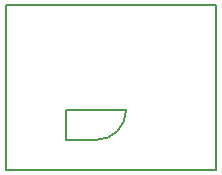
<source format=gbr>
G04 #@! TF.FileFunction,Profile,NP*
%FSLAX46Y46*%
G04 Gerber Fmt 4.6, Leading zero omitted, Abs format (unit mm)*
G04 Created by KiCad (PCBNEW 4.0.7+dfsg1-1) date Fri Jan  4 22:20:39 2019*
%MOMM*%
%LPD*%
G01*
G04 APERTURE LIST*
%ADD10C,0.100000*%
%ADD11C,0.150000*%
G04 APERTURE END LIST*
D10*
D11*
G01*
X110490000Y-110490000D02*
X110490000Y-96520000D01*
X128270000Y-110490000D02*
X110490000Y-110490000D01*
X128270000Y-96520000D02*
X128270000Y-110490000D01*
X110490000Y-96520000D02*
X128270000Y-96520000D01*

%LPC*%
X121920000Y-100330000D02*
G75*
G03X121920000Y-100330000I-2540000J0D01*

%LPD*%
X118110000Y-107950000D02*
X115570000Y-107950000D01*
X118110000Y-107950000D02*
G75*
G03X120650000Y-105410000I0J2540000D01*
G01*
X115570000Y-105410000D02*
X115570000Y-107950000D01*
X120650000Y-105410000D02*
X115570000Y-105410000D01*
M02*

</source>
